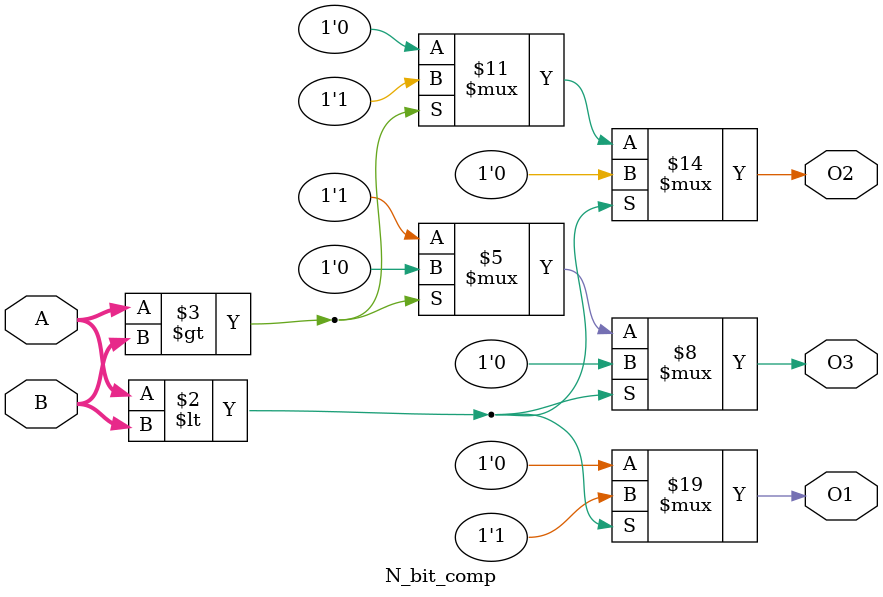
<source format=v>
module N_bit_comp (
    input [3:0] A,
    input [3:0] B,
    output reg O1,
    output reg O2,
    output reg O3
);

always @* begin
    if (A < B) begin
        O1 <= 1;
        O2 <= 0;
        O3 <= 0;
    end
    else if (A > B) begin
        O1 <= 0;
        O2 <= 1;
        O3 <= 0;
    end
    else begin // A == B
        O1 <= 0;
        O2 <= 0;
        O3 <= 1;
    end
end

endmodule

</source>
